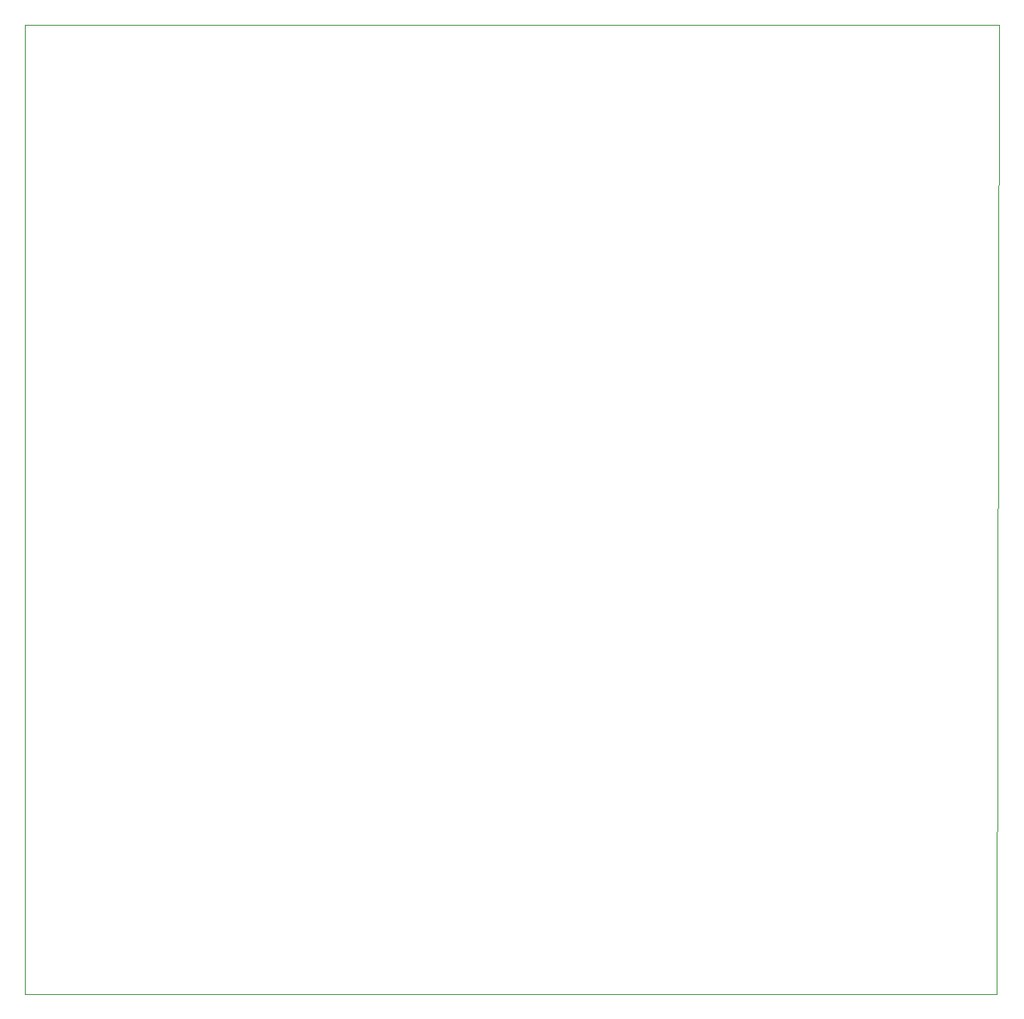
<source format=gbr>
G04 #@! TF.GenerationSoftware,KiCad,Pcbnew,5.1.0-unknown-03bce55~94~ubuntu16.04.1*
G04 #@! TF.CreationDate,2019-06-06T22:48:09-05:00*
G04 #@! TF.ProjectId,Embebidos_2019,456d6265-6269-4646-9f73-5f323031392e,rev?*
G04 #@! TF.SameCoordinates,Original*
G04 #@! TF.FileFunction,Profile,NP*
%FSLAX46Y46*%
G04 Gerber Fmt 4.6, Leading zero omitted, Abs format (unit mm)*
G04 Created by KiCad (PCBNEW 5.1.0-unknown-03bce55~94~ubuntu16.04.1) date 2019-06-06 22:48:09*
%MOMM*%
%LPD*%
G04 APERTURE LIST*
%ADD10C,0.050000*%
G04 APERTURE END LIST*
D10*
X119660000Y-124380000D02*
X20420000Y-124370000D01*
X119940000Y-25280000D02*
X119660000Y-124380000D01*
X20430000Y-25270000D02*
X119940000Y-25280000D01*
X20420000Y-124370000D02*
X20430000Y-25270000D01*
M02*

</source>
